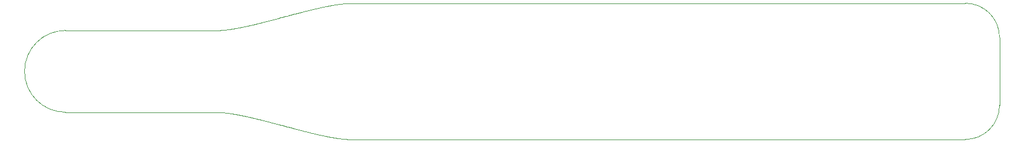
<source format=gbr>
%TF.GenerationSoftware,KiCad,Pcbnew,9.0.1*%
%TF.CreationDate,2025-04-29T17:49:49+02:00*%
%TF.ProjectId,Projet S6,50726f6a-6574-4205-9336-2e6b69636164,rev?*%
%TF.SameCoordinates,Original*%
%TF.FileFunction,Profile,NP*%
%FSLAX46Y46*%
G04 Gerber Fmt 4.6, Leading zero omitted, Abs format (unit mm)*
G04 Created by KiCad (PCBNEW 9.0.1) date 2025-04-29 17:49:49*
%MOMM*%
%LPD*%
G01*
G04 APERTURE LIST*
%TA.AperFunction,Profile*%
%ADD10C,0.050000*%
%TD*%
%ADD11C,0.050000*%
G04 APERTURE END LIST*
D10*
X56000000Y-76000000D02*
G75*
G02*
X56000000Y-64000000I0J6000000D01*
G01*
X193000000Y-75000000D02*
G75*
G02*
X188000000Y-80000000I-5000000J0D01*
G01*
X188000000Y-80000000D02*
X98000000Y-80000000D01*
D11*
X98000000Y-80000000D02*
X97972564Y-79999960D01*
X97944927Y-79999840D01*
X97917089Y-79999639D01*
X97889047Y-79999356D01*
X97860800Y-79998991D01*
X97832348Y-79998544D01*
X97803687Y-79998014D01*
X97774818Y-79997399D01*
X97745737Y-79996700D01*
X97716445Y-79995916D01*
X97686939Y-79995046D01*
X97657218Y-79994090D01*
X97627280Y-79993047D01*
X97597124Y-79991916D01*
X97566748Y-79990697D01*
X97536151Y-79989389D01*
X97505331Y-79987991D01*
X97474286Y-79986503D01*
X97443014Y-79984924D01*
X97411515Y-79983254D01*
X97379786Y-79981491D01*
X97347825Y-79979635D01*
X97315632Y-79977686D01*
X97283204Y-79975642D01*
X97250539Y-79973504D01*
X97217635Y-79971269D01*
X97184492Y-79968938D01*
X97151106Y-79966510D01*
X97117477Y-79963984D01*
X97083602Y-79961359D01*
X97049479Y-79958635D01*
X97015106Y-79955811D01*
X96980483Y-79952885D01*
X96945605Y-79949858D01*
X96910472Y-79946729D01*
X96875082Y-79943496D01*
X96839432Y-79940160D01*
X96803521Y-79936718D01*
X96767346Y-79933171D01*
X96730905Y-79929518D01*
X96694196Y-79925757D01*
X96657216Y-79921889D01*
X96619964Y-79917911D01*
X96582438Y-79913824D01*
X96544634Y-79909626D01*
X96506552Y-79905316D01*
X96468187Y-79900894D01*
X96429538Y-79896359D01*
X96390603Y-79891710D01*
X96351378Y-79886946D01*
X96311863Y-79882066D01*
X96272052Y-79877069D01*
X96231946Y-79871954D01*
X96191539Y-79866720D01*
X96150831Y-79861367D01*
X96109818Y-79855893D01*
X96068497Y-79850297D01*
X96026866Y-79844578D01*
X95984921Y-79838736D01*
X95942660Y-79832769D01*
X95900079Y-79826676D01*
X95857177Y-79820456D01*
X95813949Y-79814108D01*
X95770392Y-79807631D01*
X95726503Y-79801025D01*
X95682279Y-79794286D01*
X95637716Y-79787416D01*
X95592812Y-79780411D01*
X95547561Y-79773272D01*
X95501962Y-79765997D01*
X95456010Y-79758585D01*
X95409701Y-79751034D01*
X95363032Y-79743343D01*
X95315999Y-79735512D01*
X95268597Y-79727538D01*
X95220824Y-79719420D01*
X95172673Y-79711158D01*
X95124142Y-79702749D01*
X95075225Y-79694192D01*
X95025918Y-79685486D01*
X94976217Y-79676629D01*
X94926117Y-79667619D01*
X94875613Y-79658456D01*
X94824700Y-79649138D01*
X94773373Y-79639662D01*
X94721627Y-79630028D01*
X94669455Y-79620234D01*
X94616854Y-79610277D01*
X94563816Y-79600157D01*
X94510336Y-79589871D01*
X94456409Y-79579417D01*
X94402027Y-79568794D01*
X94347184Y-79558000D01*
X94291874Y-79547032D01*
X94236090Y-79535889D01*
X94179825Y-79524568D01*
X94123071Y-79513067D01*
X94065821Y-79501385D01*
X94008067Y-79489518D01*
X93949801Y-79477465D01*
X93891015Y-79465222D01*
X93831700Y-79452787D01*
X93771847Y-79440159D01*
X93711447Y-79427333D01*
X93650489Y-79414307D01*
X93588965Y-79401079D01*
X93526864Y-79387644D01*
X93464174Y-79374001D01*
X93400884Y-79360146D01*
X93336983Y-79346075D01*
X93272458Y-79331785D01*
X93207297Y-79317272D01*
X93141485Y-79302533D01*
X93075010Y-79287564D01*
X93007855Y-79272359D01*
X92940007Y-79256916D01*
X92871447Y-79241229D01*
X92802161Y-79225294D01*
X92732128Y-79209106D01*
X92661332Y-79192659D01*
X92589751Y-79175948D01*
X92517365Y-79158967D01*
X92444152Y-79141710D01*
X92370087Y-79124171D01*
X92295147Y-79106343D01*
X92219304Y-79088217D01*
X92142530Y-79069788D01*
X92064795Y-79051046D01*
X91986067Y-79031982D01*
X91906312Y-79012588D01*
X91825492Y-78992853D01*
X91743568Y-78972766D01*
X91660497Y-78952317D01*
X91576233Y-78931491D01*
X91490725Y-78910276D01*
X91403919Y-78888658D01*
X91315756Y-78866619D01*
X91226170Y-78844142D01*
X91135090Y-78821209D01*
X91042438Y-78797798D01*
X90948126Y-78773886D01*
X90852058Y-78749447D01*
X90754124Y-78724451D01*
X90654204Y-78698866D01*
X90552159Y-78672656D01*
X90447833Y-78645777D01*
X90341044Y-78618183D01*
X90231585Y-78589816D01*
X90119211Y-78560613D01*
X90003633Y-78530495D01*
X89884505Y-78499371D01*
X89761406Y-78467128D01*
X89633815Y-78433627D01*
X89501071Y-78398693D01*
X89362319Y-78362096D01*
X89216409Y-78323530D01*
X89061733Y-78282567D01*
X88895910Y-78238572D01*
X88715131Y-78190530D01*
X88512528Y-78136611D01*
X88272953Y-78072778D01*
X87944425Y-77985180D01*
X87762382Y-77936642D01*
X87580381Y-77888136D01*
X87398452Y-77839689D01*
X87216629Y-77791327D01*
X87119940Y-77765637D01*
X87023294Y-77739982D01*
X86936838Y-77717054D01*
X86850424Y-77694160D01*
X86770870Y-77673105D01*
X86691356Y-77652082D01*
X86616928Y-77632426D01*
X86542542Y-77612802D01*
X86472151Y-77594254D01*
X86401800Y-77575738D01*
X86334715Y-77558102D01*
X86267669Y-77540499D01*
X86203368Y-77523637D01*
X86139106Y-77506807D01*
X86077199Y-77490614D01*
X86015331Y-77474454D01*
X85955520Y-77458851D01*
X85895747Y-77443280D01*
X85837793Y-77428204D01*
X85779878Y-77413159D01*
X85723590Y-77398557D01*
X85667340Y-77383987D01*
X85612559Y-77369818D01*
X85557817Y-77355681D01*
X85504411Y-77341909D01*
X85451044Y-77328168D01*
X85398901Y-77314764D01*
X85346796Y-77301390D01*
X85295819Y-77288327D01*
X85244881Y-77275295D01*
X85194988Y-77262551D01*
X85145133Y-77249838D01*
X85096251Y-77237393D01*
X85047407Y-77224979D01*
X84999472Y-77212818D01*
X84951574Y-77200686D01*
X84904529Y-77188792D01*
X84857523Y-77176928D01*
X84811318Y-77165287D01*
X84765151Y-77153677D01*
X84719740Y-77142277D01*
X84674368Y-77130909D01*
X84629712Y-77119740D01*
X84585094Y-77108602D01*
X84541155Y-77097654D01*
X84497255Y-77086737D01*
X84454000Y-77076000D01*
X84410783Y-77065295D01*
X84368182Y-77054762D01*
X84325618Y-77044260D01*
X84283642Y-77033923D01*
X84241704Y-77023617D01*
X84200328Y-77013469D01*
X84158990Y-77003352D01*
X84118191Y-76993387D01*
X84077428Y-76983452D01*
X84037183Y-76973663D01*
X83996976Y-76963905D01*
X83957265Y-76954288D01*
X83917591Y-76944700D01*
X83878396Y-76935249D01*
X83839238Y-76925828D01*
X83800540Y-76916538D01*
X83761880Y-76907278D01*
X83723664Y-76898145D01*
X83685485Y-76889042D01*
X83647736Y-76880062D01*
X83610024Y-76871111D01*
X83572726Y-76862279D01*
X83535466Y-76853477D01*
X83498607Y-76844791D01*
X83461786Y-76836134D01*
X83425353Y-76827589D01*
X83388957Y-76819073D01*
X83352939Y-76810666D01*
X83316957Y-76802289D01*
X83281342Y-76794017D01*
X83245763Y-76785775D01*
X83210540Y-76777636D01*
X83175353Y-76769525D01*
X83140512Y-76761516D01*
X83105708Y-76753535D01*
X83071240Y-76745652D01*
X83036809Y-76737798D01*
X83002705Y-76730039D01*
X82968637Y-76722309D01*
X82934888Y-76714672D01*
X82901175Y-76707064D01*
X82867773Y-76699547D01*
X82834407Y-76692058D01*
X82801345Y-76684658D01*
X82768318Y-76677287D01*
X82735588Y-76670002D01*
X82702893Y-76662746D01*
X82670487Y-76655575D01*
X82638117Y-76648432D01*
X82606030Y-76641373D01*
X82573978Y-76634341D01*
X82542202Y-76627391D01*
X82510461Y-76620469D01*
X82478991Y-76613626D01*
X82447556Y-76606812D01*
X82416385Y-76600075D01*
X82385249Y-76593367D01*
X82354372Y-76586735D01*
X82323530Y-76580131D01*
X82292941Y-76573602D01*
X82262387Y-76567101D01*
X82232082Y-76560673D01*
X82201811Y-76554273D01*
X82171784Y-76547945D01*
X82141791Y-76541645D01*
X82112037Y-76535416D01*
X82082318Y-76529214D01*
X82052832Y-76523082D01*
X82023381Y-76516978D01*
X81994160Y-76510941D01*
X81964973Y-76504932D01*
X81936011Y-76498990D01*
X81907084Y-76493076D01*
X81878378Y-76487227D01*
X81849706Y-76481406D01*
X81821251Y-76475649D01*
X81792831Y-76469920D01*
X81764624Y-76464254D01*
X81736451Y-76458616D01*
X81708488Y-76453040D01*
X81680559Y-76447492D01*
X81652836Y-76442004D01*
X81625147Y-76436544D01*
X81597661Y-76431145D01*
X81570208Y-76425772D01*
X81542955Y-76420459D01*
X81515736Y-76415173D01*
X81488713Y-76409946D01*
X81461724Y-76404745D01*
X81434927Y-76399603D01*
X81408164Y-76394487D01*
X81381591Y-76389427D01*
X81355052Y-76384395D01*
X81328700Y-76379419D01*
X81302381Y-76374469D01*
X81276246Y-76369574D01*
X81250145Y-76364706D01*
X81224225Y-76359892D01*
X81198338Y-76355105D01*
X81172630Y-76350372D01*
X81146955Y-76345664D01*
X81121456Y-76341010D01*
X81095990Y-76336382D01*
X81070698Y-76331806D01*
X81045439Y-76327256D01*
X81020351Y-76322757D01*
X80995296Y-76318285D01*
X80970409Y-76313863D01*
X80945555Y-76309467D01*
X80920868Y-76305122D01*
X80896213Y-76300802D01*
X80871722Y-76296531D01*
X80847264Y-76292287D01*
X80822968Y-76288091D01*
X80798704Y-76283921D01*
X80774600Y-76279799D01*
X80750528Y-76275702D01*
X80726614Y-76271653D01*
X80702733Y-76267630D01*
X80679006Y-76263653D01*
X80655312Y-76259702D01*
X80631772Y-76255796D01*
X80608263Y-76251917D01*
X80584907Y-76248083D01*
X80561582Y-76244274D01*
X80538407Y-76240510D01*
X80515264Y-76236772D01*
X80492268Y-76233078D01*
X80469305Y-76229409D01*
X80446487Y-76225784D01*
X80423702Y-76222185D01*
X80401060Y-76218628D01*
X80378450Y-76215097D01*
X80355983Y-76211608D01*
X80333547Y-76208145D01*
X80311252Y-76204723D01*
X80288988Y-76201327D01*
X80266864Y-76197972D01*
X80244771Y-76194642D01*
X80222815Y-76191353D01*
X80200891Y-76188089D01*
X80179102Y-76184866D01*
X80157345Y-76181667D01*
X80135722Y-76178509D01*
X80114130Y-76175375D01*
X80092671Y-76172281D01*
X80071243Y-76169212D01*
X80049946Y-76166181D01*
X80028680Y-76163176D01*
X80007545Y-76160209D01*
X79986439Y-76157266D01*
X79965463Y-76154362D01*
X79944517Y-76151482D01*
X79923698Y-76148640D01*
X79902909Y-76145822D01*
X79882246Y-76143042D01*
X79861614Y-76140286D01*
X79841106Y-76137567D01*
X79820629Y-76134872D01*
X79800274Y-76132213D01*
X79779950Y-76129579D01*
X79759747Y-76126980D01*
X79739575Y-76124406D01*
X79719523Y-76121867D01*
X79699501Y-76119352D01*
X79679598Y-76116873D01*
X79659726Y-76114417D01*
X79639971Y-76111996D01*
X79620246Y-76109600D01*
X79600638Y-76107237D01*
X79581060Y-76104898D01*
X79561597Y-76102593D01*
X79542164Y-76100312D01*
X79522846Y-76098065D01*
X79503557Y-76095841D01*
X79484381Y-76093650D01*
X79465235Y-76091483D01*
X79446201Y-76089349D01*
X79427196Y-76087239D01*
X79408302Y-76085160D01*
X79389438Y-76083106D01*
X79370684Y-76081083D01*
X79351959Y-76079084D01*
X79333342Y-76077116D01*
X79314755Y-76075172D01*
X79296276Y-76073259D01*
X79277825Y-76071369D01*
X79259482Y-76069510D01*
X79241167Y-76067675D01*
X79222959Y-76065870D01*
X79204778Y-76064088D01*
X79186703Y-76062337D01*
X79168657Y-76060608D01*
X79150714Y-76058910D01*
X79132800Y-76057234D01*
X79114989Y-76055589D01*
X79097206Y-76053965D01*
X79079525Y-76052372D01*
X79061873Y-76050801D01*
X79044321Y-76049259D01*
X79026798Y-76047740D01*
X79009375Y-76046249D01*
X78991980Y-76044782D01*
X78974684Y-76043342D01*
X78957416Y-76041925D01*
X78940246Y-76040536D01*
X78923105Y-76039170D01*
X78906061Y-76037831D01*
X78889044Y-76036515D01*
X78872125Y-76035227D01*
X78855232Y-76033960D01*
X78838436Y-76032721D01*
X78821667Y-76031504D01*
X78804993Y-76030314D01*
X78788347Y-76029146D01*
X78771794Y-76028004D01*
X78755270Y-76026885D01*
X78738838Y-76025792D01*
X78722433Y-76024721D01*
X78706121Y-76023676D01*
X78689836Y-76022653D01*
X78673643Y-76021656D01*
X78657477Y-76020680D01*
X78641401Y-76019730D01*
X78625353Y-76018802D01*
X78609394Y-76017899D01*
X78593463Y-76017017D01*
X78577620Y-76016161D01*
X78561805Y-76015326D01*
X78546078Y-76014516D01*
X78530377Y-76013727D01*
X78514765Y-76012963D01*
X78499179Y-76012220D01*
X78483680Y-76011501D01*
X78468207Y-76010804D01*
X78452821Y-76010131D01*
X78437461Y-76009478D01*
X78422187Y-76008850D01*
X78406939Y-76008242D01*
X78391775Y-76007659D01*
X78376638Y-76007096D01*
X78361585Y-76006556D01*
X78346559Y-76006037D01*
X78331615Y-76005541D01*
X78316698Y-76005067D01*
X78301863Y-76004614D01*
X78287054Y-76004183D01*
X78272327Y-76003774D01*
X78257626Y-76003386D01*
X78243007Y-76003020D01*
X78228413Y-76002675D01*
X78213900Y-76002351D01*
X78199412Y-76002049D01*
X78185005Y-76001768D01*
X78170623Y-76001507D01*
X78156320Y-76001268D01*
X78142043Y-76001050D01*
X78127844Y-76000852D01*
X78113671Y-76000676D01*
X78099576Y-76000520D01*
X78085506Y-76000384D01*
X78071514Y-76000269D01*
X78057547Y-76000175D01*
X78043656Y-76000101D01*
X78029791Y-76000047D01*
X78016001Y-76000014D01*
X78002237Y-76000000D01*
X78000000Y-76000000D01*
X98000000Y-60000000D02*
X97972564Y-60000040D01*
X97944927Y-60000160D01*
X97917089Y-60000361D01*
X97889047Y-60000644D01*
X97860800Y-60001009D01*
X97832348Y-60001456D01*
X97803687Y-60001986D01*
X97774818Y-60002601D01*
X97745737Y-60003300D01*
X97716445Y-60004084D01*
X97686939Y-60004954D01*
X97657218Y-60005910D01*
X97627280Y-60006953D01*
X97597124Y-60008084D01*
X97566748Y-60009303D01*
X97536151Y-60010611D01*
X97505331Y-60012009D01*
X97474286Y-60013497D01*
X97443014Y-60015076D01*
X97411515Y-60016746D01*
X97379786Y-60018509D01*
X97347825Y-60020365D01*
X97315632Y-60022314D01*
X97283204Y-60024358D01*
X97250539Y-60026496D01*
X97217635Y-60028731D01*
X97184492Y-60031062D01*
X97151106Y-60033490D01*
X97117477Y-60036016D01*
X97083602Y-60038641D01*
X97049479Y-60041365D01*
X97015106Y-60044189D01*
X96980483Y-60047115D01*
X96945605Y-60050142D01*
X96910472Y-60053271D01*
X96875082Y-60056504D01*
X96839432Y-60059840D01*
X96803521Y-60063282D01*
X96767346Y-60066829D01*
X96730905Y-60070482D01*
X96694196Y-60074243D01*
X96657216Y-60078111D01*
X96619964Y-60082089D01*
X96582438Y-60086176D01*
X96544634Y-60090374D01*
X96506552Y-60094684D01*
X96468187Y-60099106D01*
X96429538Y-60103641D01*
X96390603Y-60108290D01*
X96351378Y-60113054D01*
X96311863Y-60117934D01*
X96272052Y-60122931D01*
X96231946Y-60128046D01*
X96191539Y-60133280D01*
X96150831Y-60138633D01*
X96109818Y-60144107D01*
X96068497Y-60149703D01*
X96026866Y-60155422D01*
X95984921Y-60161264D01*
X95942660Y-60167231D01*
X95900079Y-60173324D01*
X95857177Y-60179544D01*
X95813949Y-60185892D01*
X95770392Y-60192369D01*
X95726503Y-60198975D01*
X95682279Y-60205714D01*
X95637716Y-60212584D01*
X95592812Y-60219589D01*
X95547561Y-60226728D01*
X95501962Y-60234003D01*
X95456010Y-60241415D01*
X95409701Y-60248966D01*
X95363032Y-60256657D01*
X95315999Y-60264488D01*
X95268597Y-60272462D01*
X95220824Y-60280580D01*
X95172673Y-60288842D01*
X95124142Y-60297251D01*
X95075225Y-60305808D01*
X95025918Y-60314514D01*
X94976217Y-60323371D01*
X94926117Y-60332381D01*
X94875613Y-60341544D01*
X94824700Y-60350862D01*
X94773373Y-60360338D01*
X94721627Y-60369972D01*
X94669455Y-60379766D01*
X94616854Y-60389723D01*
X94563816Y-60399843D01*
X94510336Y-60410129D01*
X94456409Y-60420583D01*
X94402027Y-60431206D01*
X94347184Y-60442000D01*
X94291874Y-60452968D01*
X94236090Y-60464111D01*
X94179825Y-60475432D01*
X94123071Y-60486933D01*
X94065821Y-60498615D01*
X94008067Y-60510482D01*
X93949801Y-60522535D01*
X93891015Y-60534778D01*
X93831700Y-60547213D01*
X93771847Y-60559841D01*
X93711447Y-60572667D01*
X93650489Y-60585693D01*
X93588965Y-60598921D01*
X93526864Y-60612356D01*
X93464174Y-60625999D01*
X93400884Y-60639854D01*
X93336983Y-60653925D01*
X93272458Y-60668215D01*
X93207297Y-60682728D01*
X93141485Y-60697467D01*
X93075010Y-60712436D01*
X93007855Y-60727641D01*
X92940007Y-60743084D01*
X92871447Y-60758771D01*
X92802161Y-60774706D01*
X92732128Y-60790894D01*
X92661332Y-60807341D01*
X92589751Y-60824052D01*
X92517365Y-60841033D01*
X92444152Y-60858290D01*
X92370087Y-60875829D01*
X92295147Y-60893657D01*
X92219304Y-60911783D01*
X92142530Y-60930212D01*
X92064795Y-60948954D01*
X91986067Y-60968018D01*
X91906312Y-60987412D01*
X91825492Y-61007147D01*
X91743568Y-61027234D01*
X91660497Y-61047683D01*
X91576233Y-61068509D01*
X91490725Y-61089724D01*
X91403919Y-61111342D01*
X91315756Y-61133381D01*
X91226170Y-61155858D01*
X91135090Y-61178791D01*
X91042438Y-61202202D01*
X90948126Y-61226114D01*
X90852058Y-61250553D01*
X90754124Y-61275549D01*
X90654204Y-61301134D01*
X90552159Y-61327344D01*
X90447833Y-61354223D01*
X90341044Y-61381817D01*
X90231585Y-61410184D01*
X90119211Y-61439387D01*
X90003633Y-61469505D01*
X89884505Y-61500629D01*
X89761406Y-61532872D01*
X89633815Y-61566373D01*
X89501071Y-61601307D01*
X89362319Y-61637904D01*
X89216409Y-61676470D01*
X89061733Y-61717433D01*
X88895910Y-61761428D01*
X88715131Y-61809470D01*
X88512528Y-61863389D01*
X88272953Y-61927222D01*
X87944425Y-62014820D01*
X87762382Y-62063358D01*
X87580381Y-62111864D01*
X87398452Y-62160311D01*
X87216629Y-62208673D01*
X87119940Y-62234363D01*
X87023294Y-62260018D01*
X86936838Y-62282946D01*
X86850424Y-62305840D01*
X86770870Y-62326895D01*
X86691356Y-62347918D01*
X86616928Y-62367574D01*
X86542542Y-62387198D01*
X86472151Y-62405746D01*
X86401800Y-62424262D01*
X86334715Y-62441898D01*
X86267669Y-62459501D01*
X86203368Y-62476363D01*
X86139106Y-62493193D01*
X86077199Y-62509386D01*
X86015331Y-62525546D01*
X85955520Y-62541149D01*
X85895747Y-62556720D01*
X85837793Y-62571796D01*
X85779878Y-62586841D01*
X85723590Y-62601443D01*
X85667340Y-62616013D01*
X85612559Y-62630182D01*
X85557817Y-62644319D01*
X85504411Y-62658091D01*
X85451044Y-62671832D01*
X85398901Y-62685236D01*
X85346796Y-62698610D01*
X85295819Y-62711673D01*
X85244881Y-62724705D01*
X85194988Y-62737449D01*
X85145133Y-62750162D01*
X85096251Y-62762607D01*
X85047407Y-62775021D01*
X84999472Y-62787182D01*
X84951574Y-62799314D01*
X84904529Y-62811208D01*
X84857523Y-62823072D01*
X84811318Y-62834713D01*
X84765151Y-62846323D01*
X84719740Y-62857723D01*
X84674368Y-62869091D01*
X84629712Y-62880260D01*
X84585094Y-62891398D01*
X84541155Y-62902346D01*
X84497255Y-62913263D01*
X84454000Y-62924000D01*
X84410783Y-62934705D01*
X84368182Y-62945238D01*
X84325618Y-62955740D01*
X84283642Y-62966077D01*
X84241704Y-62976383D01*
X84200328Y-62986531D01*
X84158990Y-62996648D01*
X84118191Y-63006613D01*
X84077428Y-63016548D01*
X84037183Y-63026337D01*
X83996976Y-63036095D01*
X83957265Y-63045712D01*
X83917591Y-63055300D01*
X83878396Y-63064751D01*
X83839238Y-63074172D01*
X83800540Y-63083462D01*
X83761880Y-63092722D01*
X83723664Y-63101855D01*
X83685485Y-63110958D01*
X83647736Y-63119938D01*
X83610024Y-63128889D01*
X83572726Y-63137721D01*
X83535466Y-63146523D01*
X83498607Y-63155209D01*
X83461786Y-63163866D01*
X83425353Y-63172411D01*
X83388957Y-63180927D01*
X83352939Y-63189334D01*
X83316957Y-63197711D01*
X83281342Y-63205983D01*
X83245763Y-63214225D01*
X83210540Y-63222364D01*
X83175353Y-63230475D01*
X83140512Y-63238484D01*
X83105708Y-63246465D01*
X83071240Y-63254348D01*
X83036809Y-63262202D01*
X83002705Y-63269961D01*
X82968637Y-63277691D01*
X82934888Y-63285328D01*
X82901175Y-63292936D01*
X82867773Y-63300453D01*
X82834407Y-63307942D01*
X82801345Y-63315342D01*
X82768318Y-63322713D01*
X82735588Y-63329998D01*
X82702893Y-63337254D01*
X82670487Y-63344425D01*
X82638117Y-63351568D01*
X82606030Y-63358627D01*
X82573978Y-63365659D01*
X82542202Y-63372609D01*
X82510461Y-63379531D01*
X82478991Y-63386374D01*
X82447556Y-63393188D01*
X82416385Y-63399925D01*
X82385249Y-63406633D01*
X82354372Y-63413265D01*
X82323530Y-63419869D01*
X82292941Y-63426398D01*
X82262387Y-63432899D01*
X82232082Y-63439327D01*
X82201811Y-63445727D01*
X82171784Y-63452055D01*
X82141791Y-63458355D01*
X82112037Y-63464584D01*
X82082318Y-63470786D01*
X82052832Y-63476918D01*
X82023381Y-63483022D01*
X81994160Y-63489059D01*
X81964973Y-63495068D01*
X81936011Y-63501010D01*
X81907084Y-63506924D01*
X81878378Y-63512773D01*
X81849706Y-63518594D01*
X81821251Y-63524351D01*
X81792831Y-63530080D01*
X81764624Y-63535746D01*
X81736451Y-63541384D01*
X81708488Y-63546960D01*
X81680559Y-63552508D01*
X81652836Y-63557996D01*
X81625147Y-63563456D01*
X81597661Y-63568855D01*
X81570208Y-63574228D01*
X81542955Y-63579541D01*
X81515736Y-63584827D01*
X81488713Y-63590054D01*
X81461724Y-63595255D01*
X81434927Y-63600397D01*
X81408164Y-63605513D01*
X81381591Y-63610573D01*
X81355052Y-63615605D01*
X81328700Y-63620581D01*
X81302381Y-63625531D01*
X81276246Y-63630426D01*
X81250145Y-63635294D01*
X81224225Y-63640108D01*
X81198338Y-63644895D01*
X81172630Y-63649628D01*
X81146955Y-63654336D01*
X81121456Y-63658990D01*
X81095990Y-63663618D01*
X81070698Y-63668194D01*
X81045439Y-63672744D01*
X81020351Y-63677243D01*
X80995296Y-63681715D01*
X80970409Y-63686137D01*
X80945555Y-63690533D01*
X80920868Y-63694878D01*
X80896213Y-63699198D01*
X80871722Y-63703469D01*
X80847264Y-63707713D01*
X80822968Y-63711909D01*
X80798704Y-63716079D01*
X80774600Y-63720201D01*
X80750528Y-63724298D01*
X80726614Y-63728347D01*
X80702733Y-63732370D01*
X80679006Y-63736347D01*
X80655312Y-63740298D01*
X80631772Y-63744204D01*
X80608263Y-63748083D01*
X80584907Y-63751917D01*
X80561582Y-63755726D01*
X80538407Y-63759490D01*
X80515264Y-63763228D01*
X80492268Y-63766922D01*
X80469305Y-63770591D01*
X80446487Y-63774216D01*
X80423702Y-63777815D01*
X80401060Y-63781372D01*
X80378450Y-63784903D01*
X80355983Y-63788392D01*
X80333547Y-63791855D01*
X80311252Y-63795277D01*
X80288988Y-63798673D01*
X80266864Y-63802028D01*
X80244771Y-63805358D01*
X80222815Y-63808647D01*
X80200891Y-63811911D01*
X80179102Y-63815134D01*
X80157345Y-63818333D01*
X80135722Y-63821491D01*
X80114130Y-63824625D01*
X80092671Y-63827719D01*
X80071243Y-63830788D01*
X80049946Y-63833819D01*
X80028680Y-63836824D01*
X80007545Y-63839791D01*
X79986439Y-63842734D01*
X79965463Y-63845638D01*
X79944517Y-63848518D01*
X79923698Y-63851360D01*
X79902909Y-63854178D01*
X79882246Y-63856958D01*
X79861614Y-63859714D01*
X79841106Y-63862433D01*
X79820629Y-63865128D01*
X79800274Y-63867787D01*
X79779950Y-63870421D01*
X79759747Y-63873020D01*
X79739575Y-63875594D01*
X79719523Y-63878133D01*
X79699501Y-63880648D01*
X79679598Y-63883127D01*
X79659726Y-63885583D01*
X79639971Y-63888004D01*
X79620246Y-63890400D01*
X79600638Y-63892763D01*
X79581060Y-63895102D01*
X79561597Y-63897407D01*
X79542164Y-63899688D01*
X79522846Y-63901935D01*
X79503557Y-63904159D01*
X79484381Y-63906350D01*
X79465235Y-63908517D01*
X79446201Y-63910651D01*
X79427196Y-63912761D01*
X79408302Y-63914840D01*
X79389438Y-63916894D01*
X79370684Y-63918917D01*
X79351959Y-63920916D01*
X79333342Y-63922884D01*
X79314755Y-63924828D01*
X79296276Y-63926741D01*
X79277825Y-63928631D01*
X79259482Y-63930490D01*
X79241167Y-63932325D01*
X79222959Y-63934130D01*
X79204778Y-63935912D01*
X79186703Y-63937663D01*
X79168657Y-63939392D01*
X79150714Y-63941090D01*
X79132800Y-63942766D01*
X79114989Y-63944411D01*
X79097206Y-63946035D01*
X79079525Y-63947628D01*
X79061873Y-63949199D01*
X79044321Y-63950741D01*
X79026798Y-63952260D01*
X79009375Y-63953751D01*
X78991980Y-63955218D01*
X78974684Y-63956658D01*
X78957416Y-63958075D01*
X78940246Y-63959464D01*
X78923105Y-63960830D01*
X78906061Y-63962169D01*
X78889044Y-63963485D01*
X78872125Y-63964773D01*
X78855232Y-63966040D01*
X78838436Y-63967279D01*
X78821667Y-63968496D01*
X78804993Y-63969686D01*
X78788347Y-63970854D01*
X78771794Y-63971996D01*
X78755270Y-63973115D01*
X78738838Y-63974208D01*
X78722433Y-63975279D01*
X78706121Y-63976324D01*
X78689836Y-63977347D01*
X78673643Y-63978344D01*
X78657477Y-63979320D01*
X78641401Y-63980270D01*
X78625353Y-63981198D01*
X78609394Y-63982101D01*
X78593463Y-63982983D01*
X78577620Y-63983839D01*
X78561805Y-63984674D01*
X78546078Y-63985484D01*
X78530377Y-63986273D01*
X78514765Y-63987037D01*
X78499179Y-63987780D01*
X78483680Y-63988499D01*
X78468207Y-63989196D01*
X78452821Y-63989869D01*
X78437461Y-63990522D01*
X78422187Y-63991150D01*
X78406939Y-63991758D01*
X78391775Y-63992341D01*
X78376638Y-63992904D01*
X78361585Y-63993444D01*
X78346559Y-63993963D01*
X78331615Y-63994459D01*
X78316698Y-63994933D01*
X78301863Y-63995386D01*
X78287054Y-63995817D01*
X78272327Y-63996226D01*
X78257626Y-63996614D01*
X78243007Y-63996980D01*
X78228413Y-63997325D01*
X78213900Y-63997649D01*
X78199412Y-63997951D01*
X78185005Y-63998232D01*
X78170623Y-63998493D01*
X78156320Y-63998732D01*
X78142043Y-63998950D01*
X78127844Y-63999148D01*
X78113671Y-63999324D01*
X78099576Y-63999480D01*
X78085506Y-63999616D01*
X78071514Y-63999731D01*
X78057547Y-63999825D01*
X78043656Y-63999899D01*
X78029791Y-63999953D01*
X78016001Y-63999986D01*
X78002237Y-64000000D01*
X78000000Y-64000000D01*
D10*
X56000000Y-64000000D02*
X78000000Y-64000000D01*
X188000000Y-60000001D02*
X98000000Y-60000000D01*
X56000000Y-76000000D02*
X78000000Y-76000000D01*
X188000000Y-60000000D02*
G75*
G02*
X193000000Y-65000000I0J-5000000D01*
G01*
X193000000Y-65000000D02*
X193000000Y-75000000D01*
M02*

</source>
